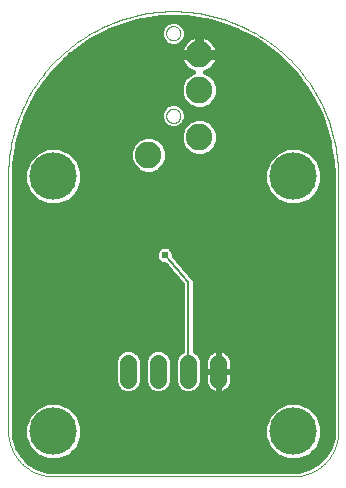
<source format=gbl>
G75*
%MOIN*%
%OFA0B0*%
%FSLAX25Y25*%
%IPPOS*%
%LPD*%
%AMOC8*
5,1,8,0,0,1.08239X$1,22.5*
%
%ADD10C,0.08858*%
%ADD11C,0.00000*%
%ADD12C,0.05543*%
%ADD13C,0.15811*%
%ADD14C,0.01600*%
%ADD15C,0.02400*%
%ADD16C,0.00600*%
D10*
X0053532Y0126171D03*
X0070461Y0132077D03*
X0070461Y0147825D03*
X0070461Y0159636D03*
D11*
X0059438Y0166722D02*
X0059440Y0166819D01*
X0059446Y0166916D01*
X0059456Y0167012D01*
X0059470Y0167108D01*
X0059488Y0167204D01*
X0059509Y0167298D01*
X0059535Y0167392D01*
X0059564Y0167484D01*
X0059598Y0167575D01*
X0059634Y0167665D01*
X0059675Y0167753D01*
X0059719Y0167839D01*
X0059767Y0167924D01*
X0059818Y0168006D01*
X0059872Y0168087D01*
X0059930Y0168165D01*
X0059991Y0168240D01*
X0060054Y0168313D01*
X0060121Y0168384D01*
X0060191Y0168451D01*
X0060263Y0168516D01*
X0060338Y0168577D01*
X0060416Y0168636D01*
X0060495Y0168691D01*
X0060577Y0168743D01*
X0060661Y0168791D01*
X0060747Y0168836D01*
X0060835Y0168878D01*
X0060924Y0168916D01*
X0061015Y0168950D01*
X0061107Y0168980D01*
X0061200Y0169007D01*
X0061295Y0169029D01*
X0061390Y0169048D01*
X0061486Y0169063D01*
X0061582Y0169074D01*
X0061679Y0169081D01*
X0061776Y0169084D01*
X0061873Y0169083D01*
X0061970Y0169078D01*
X0062066Y0169069D01*
X0062162Y0169056D01*
X0062258Y0169039D01*
X0062353Y0169018D01*
X0062446Y0168994D01*
X0062539Y0168965D01*
X0062631Y0168933D01*
X0062721Y0168897D01*
X0062809Y0168858D01*
X0062896Y0168814D01*
X0062981Y0168768D01*
X0063064Y0168717D01*
X0063145Y0168664D01*
X0063223Y0168607D01*
X0063300Y0168547D01*
X0063373Y0168484D01*
X0063444Y0168418D01*
X0063512Y0168349D01*
X0063578Y0168277D01*
X0063640Y0168203D01*
X0063699Y0168126D01*
X0063755Y0168047D01*
X0063808Y0167965D01*
X0063858Y0167882D01*
X0063903Y0167796D01*
X0063946Y0167709D01*
X0063985Y0167620D01*
X0064020Y0167530D01*
X0064051Y0167438D01*
X0064078Y0167345D01*
X0064102Y0167251D01*
X0064122Y0167156D01*
X0064138Y0167060D01*
X0064150Y0166964D01*
X0064158Y0166867D01*
X0064162Y0166770D01*
X0064162Y0166674D01*
X0064158Y0166577D01*
X0064150Y0166480D01*
X0064138Y0166384D01*
X0064122Y0166288D01*
X0064102Y0166193D01*
X0064078Y0166099D01*
X0064051Y0166006D01*
X0064020Y0165914D01*
X0063985Y0165824D01*
X0063946Y0165735D01*
X0063903Y0165648D01*
X0063858Y0165562D01*
X0063808Y0165479D01*
X0063755Y0165397D01*
X0063699Y0165318D01*
X0063640Y0165241D01*
X0063578Y0165167D01*
X0063512Y0165095D01*
X0063444Y0165026D01*
X0063373Y0164960D01*
X0063300Y0164897D01*
X0063223Y0164837D01*
X0063145Y0164780D01*
X0063064Y0164727D01*
X0062981Y0164676D01*
X0062896Y0164630D01*
X0062809Y0164586D01*
X0062721Y0164547D01*
X0062631Y0164511D01*
X0062539Y0164479D01*
X0062446Y0164450D01*
X0062353Y0164426D01*
X0062258Y0164405D01*
X0062162Y0164388D01*
X0062066Y0164375D01*
X0061970Y0164366D01*
X0061873Y0164361D01*
X0061776Y0164360D01*
X0061679Y0164363D01*
X0061582Y0164370D01*
X0061486Y0164381D01*
X0061390Y0164396D01*
X0061295Y0164415D01*
X0061200Y0164437D01*
X0061107Y0164464D01*
X0061015Y0164494D01*
X0060924Y0164528D01*
X0060835Y0164566D01*
X0060747Y0164608D01*
X0060661Y0164653D01*
X0060577Y0164701D01*
X0060495Y0164753D01*
X0060416Y0164808D01*
X0060338Y0164867D01*
X0060263Y0164928D01*
X0060191Y0164993D01*
X0060121Y0165060D01*
X0060054Y0165131D01*
X0059991Y0165204D01*
X0059930Y0165279D01*
X0059872Y0165357D01*
X0059818Y0165438D01*
X0059767Y0165520D01*
X0059719Y0165605D01*
X0059675Y0165691D01*
X0059634Y0165779D01*
X0059598Y0165869D01*
X0059564Y0165960D01*
X0059535Y0166052D01*
X0059509Y0166146D01*
X0059488Y0166240D01*
X0059470Y0166336D01*
X0059456Y0166432D01*
X0059446Y0166528D01*
X0059440Y0166625D01*
X0059438Y0166722D01*
X0059438Y0139163D02*
X0059440Y0139260D01*
X0059446Y0139357D01*
X0059456Y0139453D01*
X0059470Y0139549D01*
X0059488Y0139645D01*
X0059509Y0139739D01*
X0059535Y0139833D01*
X0059564Y0139925D01*
X0059598Y0140016D01*
X0059634Y0140106D01*
X0059675Y0140194D01*
X0059719Y0140280D01*
X0059767Y0140365D01*
X0059818Y0140447D01*
X0059872Y0140528D01*
X0059930Y0140606D01*
X0059991Y0140681D01*
X0060054Y0140754D01*
X0060121Y0140825D01*
X0060191Y0140892D01*
X0060263Y0140957D01*
X0060338Y0141018D01*
X0060416Y0141077D01*
X0060495Y0141132D01*
X0060577Y0141184D01*
X0060661Y0141232D01*
X0060747Y0141277D01*
X0060835Y0141319D01*
X0060924Y0141357D01*
X0061015Y0141391D01*
X0061107Y0141421D01*
X0061200Y0141448D01*
X0061295Y0141470D01*
X0061390Y0141489D01*
X0061486Y0141504D01*
X0061582Y0141515D01*
X0061679Y0141522D01*
X0061776Y0141525D01*
X0061873Y0141524D01*
X0061970Y0141519D01*
X0062066Y0141510D01*
X0062162Y0141497D01*
X0062258Y0141480D01*
X0062353Y0141459D01*
X0062446Y0141435D01*
X0062539Y0141406D01*
X0062631Y0141374D01*
X0062721Y0141338D01*
X0062809Y0141299D01*
X0062896Y0141255D01*
X0062981Y0141209D01*
X0063064Y0141158D01*
X0063145Y0141105D01*
X0063223Y0141048D01*
X0063300Y0140988D01*
X0063373Y0140925D01*
X0063444Y0140859D01*
X0063512Y0140790D01*
X0063578Y0140718D01*
X0063640Y0140644D01*
X0063699Y0140567D01*
X0063755Y0140488D01*
X0063808Y0140406D01*
X0063858Y0140323D01*
X0063903Y0140237D01*
X0063946Y0140150D01*
X0063985Y0140061D01*
X0064020Y0139971D01*
X0064051Y0139879D01*
X0064078Y0139786D01*
X0064102Y0139692D01*
X0064122Y0139597D01*
X0064138Y0139501D01*
X0064150Y0139405D01*
X0064158Y0139308D01*
X0064162Y0139211D01*
X0064162Y0139115D01*
X0064158Y0139018D01*
X0064150Y0138921D01*
X0064138Y0138825D01*
X0064122Y0138729D01*
X0064102Y0138634D01*
X0064078Y0138540D01*
X0064051Y0138447D01*
X0064020Y0138355D01*
X0063985Y0138265D01*
X0063946Y0138176D01*
X0063903Y0138089D01*
X0063858Y0138003D01*
X0063808Y0137920D01*
X0063755Y0137838D01*
X0063699Y0137759D01*
X0063640Y0137682D01*
X0063578Y0137608D01*
X0063512Y0137536D01*
X0063444Y0137467D01*
X0063373Y0137401D01*
X0063300Y0137338D01*
X0063223Y0137278D01*
X0063145Y0137221D01*
X0063064Y0137168D01*
X0062981Y0137117D01*
X0062896Y0137071D01*
X0062809Y0137027D01*
X0062721Y0136988D01*
X0062631Y0136952D01*
X0062539Y0136920D01*
X0062446Y0136891D01*
X0062353Y0136867D01*
X0062258Y0136846D01*
X0062162Y0136829D01*
X0062066Y0136816D01*
X0061970Y0136807D01*
X0061873Y0136802D01*
X0061776Y0136801D01*
X0061679Y0136804D01*
X0061582Y0136811D01*
X0061486Y0136822D01*
X0061390Y0136837D01*
X0061295Y0136856D01*
X0061200Y0136878D01*
X0061107Y0136905D01*
X0061015Y0136935D01*
X0060924Y0136969D01*
X0060835Y0137007D01*
X0060747Y0137049D01*
X0060661Y0137094D01*
X0060577Y0137142D01*
X0060495Y0137194D01*
X0060416Y0137249D01*
X0060338Y0137308D01*
X0060263Y0137369D01*
X0060191Y0137434D01*
X0060121Y0137501D01*
X0060054Y0137572D01*
X0059991Y0137645D01*
X0059930Y0137720D01*
X0059872Y0137798D01*
X0059818Y0137879D01*
X0059767Y0137961D01*
X0059719Y0138046D01*
X0059675Y0138132D01*
X0059634Y0138220D01*
X0059598Y0138310D01*
X0059564Y0138401D01*
X0059535Y0138493D01*
X0059509Y0138587D01*
X0059488Y0138681D01*
X0059470Y0138777D01*
X0059456Y0138873D01*
X0059446Y0138969D01*
X0059440Y0139066D01*
X0059438Y0139163D01*
X0006800Y0119006D02*
X0006816Y0120345D01*
X0006865Y0121684D01*
X0006947Y0123021D01*
X0007061Y0124355D01*
X0007207Y0125687D01*
X0007386Y0127014D01*
X0007597Y0128337D01*
X0007841Y0129654D01*
X0008116Y0130965D01*
X0008423Y0132268D01*
X0008762Y0133564D01*
X0009132Y0134851D01*
X0009533Y0136129D01*
X0009966Y0137397D01*
X0010429Y0138654D01*
X0010923Y0139899D01*
X0011447Y0141132D01*
X0012000Y0142351D01*
X0012584Y0143557D01*
X0013196Y0144748D01*
X0013837Y0145924D01*
X0014507Y0147084D01*
X0015205Y0148227D01*
X0015930Y0149353D01*
X0016683Y0150461D01*
X0017462Y0151551D01*
X0018268Y0152621D01*
X0019099Y0153671D01*
X0019956Y0154700D01*
X0020838Y0155709D01*
X0021743Y0156695D01*
X0022673Y0157659D01*
X0023626Y0158601D01*
X0024601Y0159519D01*
X0025599Y0160412D01*
X0026618Y0161282D01*
X0027658Y0162126D01*
X0028718Y0162944D01*
X0029798Y0163737D01*
X0030896Y0164503D01*
X0032014Y0165242D01*
X0033148Y0165954D01*
X0034300Y0166637D01*
X0035468Y0167293D01*
X0036652Y0167920D01*
X0037850Y0168518D01*
X0039063Y0169086D01*
X0040289Y0169625D01*
X0041528Y0170134D01*
X0042779Y0170612D01*
X0044042Y0171060D01*
X0045314Y0171477D01*
X0046597Y0171863D01*
X0047889Y0172218D01*
X0049189Y0172541D01*
X0050496Y0172832D01*
X0051810Y0173091D01*
X0053130Y0173318D01*
X0054455Y0173513D01*
X0055785Y0173676D01*
X0057118Y0173806D01*
X0058453Y0173904D01*
X0059791Y0173969D01*
X0061130Y0174002D01*
X0062470Y0174002D01*
X0063809Y0173969D01*
X0065147Y0173904D01*
X0066482Y0173806D01*
X0067815Y0173676D01*
X0069145Y0173513D01*
X0070470Y0173318D01*
X0071790Y0173091D01*
X0073104Y0172832D01*
X0074411Y0172541D01*
X0075711Y0172218D01*
X0077003Y0171863D01*
X0078286Y0171477D01*
X0079558Y0171060D01*
X0080821Y0170612D01*
X0082072Y0170134D01*
X0083311Y0169625D01*
X0084537Y0169086D01*
X0085750Y0168518D01*
X0086948Y0167920D01*
X0088132Y0167293D01*
X0089300Y0166637D01*
X0090452Y0165954D01*
X0091586Y0165242D01*
X0092704Y0164503D01*
X0093802Y0163737D01*
X0094882Y0162944D01*
X0095942Y0162126D01*
X0096982Y0161282D01*
X0098001Y0160412D01*
X0098999Y0159519D01*
X0099974Y0158601D01*
X0100927Y0157659D01*
X0101857Y0156695D01*
X0102762Y0155709D01*
X0103644Y0154700D01*
X0104501Y0153671D01*
X0105332Y0152621D01*
X0106138Y0151551D01*
X0106917Y0150461D01*
X0107670Y0149353D01*
X0108395Y0148227D01*
X0109093Y0147084D01*
X0109763Y0145924D01*
X0110404Y0144748D01*
X0111016Y0143557D01*
X0111600Y0142351D01*
X0112153Y0141132D01*
X0112677Y0139899D01*
X0113171Y0138654D01*
X0113634Y0137397D01*
X0114067Y0136129D01*
X0114468Y0134851D01*
X0114838Y0133564D01*
X0115177Y0132268D01*
X0115484Y0130965D01*
X0115759Y0129654D01*
X0116003Y0128337D01*
X0116214Y0127014D01*
X0116393Y0125687D01*
X0116539Y0124355D01*
X0116653Y0123021D01*
X0116735Y0121684D01*
X0116784Y0120345D01*
X0116800Y0119006D01*
X0116800Y0034006D01*
X0116796Y0033644D01*
X0116782Y0033281D01*
X0116761Y0032919D01*
X0116730Y0032558D01*
X0116691Y0032198D01*
X0116643Y0031839D01*
X0116586Y0031481D01*
X0116521Y0031124D01*
X0116447Y0030769D01*
X0116364Y0030416D01*
X0116273Y0030065D01*
X0116174Y0029717D01*
X0116066Y0029371D01*
X0115950Y0029027D01*
X0115825Y0028687D01*
X0115693Y0028350D01*
X0115552Y0028016D01*
X0115403Y0027685D01*
X0115246Y0027358D01*
X0115082Y0027035D01*
X0114910Y0026716D01*
X0114730Y0026402D01*
X0114542Y0026091D01*
X0114347Y0025786D01*
X0114145Y0025485D01*
X0113935Y0025189D01*
X0113719Y0024899D01*
X0113495Y0024613D01*
X0113265Y0024333D01*
X0113028Y0024059D01*
X0112784Y0023791D01*
X0112534Y0023528D01*
X0112278Y0023272D01*
X0112015Y0023022D01*
X0111747Y0022778D01*
X0111473Y0022541D01*
X0111193Y0022311D01*
X0110907Y0022087D01*
X0110617Y0021871D01*
X0110321Y0021661D01*
X0110020Y0021459D01*
X0109715Y0021264D01*
X0109404Y0021076D01*
X0109090Y0020896D01*
X0108771Y0020724D01*
X0108448Y0020560D01*
X0108121Y0020403D01*
X0107790Y0020254D01*
X0107456Y0020113D01*
X0107119Y0019981D01*
X0106779Y0019856D01*
X0106435Y0019740D01*
X0106089Y0019632D01*
X0105741Y0019533D01*
X0105390Y0019442D01*
X0105037Y0019359D01*
X0104682Y0019285D01*
X0104325Y0019220D01*
X0103967Y0019163D01*
X0103608Y0019115D01*
X0103248Y0019076D01*
X0102887Y0019045D01*
X0102525Y0019024D01*
X0102162Y0019010D01*
X0101800Y0019006D01*
X0021800Y0019006D01*
X0021438Y0019010D01*
X0021075Y0019024D01*
X0020713Y0019045D01*
X0020352Y0019076D01*
X0019992Y0019115D01*
X0019633Y0019163D01*
X0019275Y0019220D01*
X0018918Y0019285D01*
X0018563Y0019359D01*
X0018210Y0019442D01*
X0017859Y0019533D01*
X0017511Y0019632D01*
X0017165Y0019740D01*
X0016821Y0019856D01*
X0016481Y0019981D01*
X0016144Y0020113D01*
X0015810Y0020254D01*
X0015479Y0020403D01*
X0015152Y0020560D01*
X0014829Y0020724D01*
X0014510Y0020896D01*
X0014196Y0021076D01*
X0013885Y0021264D01*
X0013580Y0021459D01*
X0013279Y0021661D01*
X0012983Y0021871D01*
X0012693Y0022087D01*
X0012407Y0022311D01*
X0012127Y0022541D01*
X0011853Y0022778D01*
X0011585Y0023022D01*
X0011322Y0023272D01*
X0011066Y0023528D01*
X0010816Y0023791D01*
X0010572Y0024059D01*
X0010335Y0024333D01*
X0010105Y0024613D01*
X0009881Y0024899D01*
X0009665Y0025189D01*
X0009455Y0025485D01*
X0009253Y0025786D01*
X0009058Y0026091D01*
X0008870Y0026402D01*
X0008690Y0026716D01*
X0008518Y0027035D01*
X0008354Y0027358D01*
X0008197Y0027685D01*
X0008048Y0028016D01*
X0007907Y0028350D01*
X0007775Y0028687D01*
X0007650Y0029027D01*
X0007534Y0029371D01*
X0007426Y0029717D01*
X0007327Y0030065D01*
X0007236Y0030416D01*
X0007153Y0030769D01*
X0007079Y0031124D01*
X0007014Y0031481D01*
X0006957Y0031839D01*
X0006909Y0032198D01*
X0006870Y0032558D01*
X0006839Y0032919D01*
X0006818Y0033281D01*
X0006804Y0033644D01*
X0006800Y0034006D01*
X0006800Y0119006D01*
D12*
X0046800Y0056778D02*
X0046800Y0051234D01*
X0056800Y0051234D02*
X0056800Y0056778D01*
X0066800Y0056778D02*
X0066800Y0051234D01*
X0076800Y0051234D02*
X0076800Y0056778D01*
D13*
X0101800Y0034006D03*
X0101800Y0119006D03*
X0021800Y0119006D03*
X0021800Y0034006D03*
D14*
X0013764Y0023534D02*
X0011328Y0025970D01*
X0009605Y0028954D01*
X0008713Y0032283D01*
X0008600Y0034006D01*
X0008600Y0119006D01*
X0008764Y0123180D01*
X0010070Y0131425D01*
X0012650Y0139365D01*
X0016440Y0146803D01*
X0021346Y0153557D01*
X0027249Y0159459D01*
X0034003Y0164366D01*
X0041441Y0168156D01*
X0049381Y0170736D01*
X0057626Y0172042D01*
X0065974Y0172042D01*
X0074219Y0170736D01*
X0082159Y0168156D01*
X0089597Y0164366D01*
X0096351Y0159459D01*
X0102254Y0153557D01*
X0107160Y0146803D01*
X0110950Y0139365D01*
X0113530Y0131425D01*
X0114836Y0123180D01*
X0115000Y0119006D01*
X0115000Y0034006D01*
X0114887Y0032283D01*
X0113995Y0028954D01*
X0112272Y0025970D01*
X0109836Y0023534D01*
X0106851Y0021811D01*
X0103523Y0020919D01*
X0101800Y0020806D01*
X0021800Y0020806D01*
X0020077Y0020919D01*
X0016749Y0021811D01*
X0013764Y0023534D01*
X0013497Y0023801D02*
X0110103Y0023801D01*
X0111702Y0025400D02*
X0106385Y0025400D01*
X0107298Y0025778D02*
X0110028Y0028508D01*
X0111505Y0032075D01*
X0111505Y0035936D01*
X0110028Y0039504D01*
X0107298Y0042234D01*
X0103731Y0043711D01*
X0099869Y0043711D01*
X0096302Y0042234D01*
X0093572Y0039504D01*
X0092094Y0035936D01*
X0092094Y0032075D01*
X0093572Y0028508D01*
X0096302Y0025778D01*
X0099869Y0024300D01*
X0103731Y0024300D01*
X0107298Y0025778D01*
X0108518Y0026998D02*
X0112866Y0026998D01*
X0113789Y0028597D02*
X0110065Y0028597D01*
X0110727Y0030195D02*
X0114328Y0030195D01*
X0114756Y0031794D02*
X0111389Y0031794D01*
X0111505Y0033393D02*
X0114960Y0033393D01*
X0115000Y0034991D02*
X0111505Y0034991D01*
X0111235Y0036590D02*
X0115000Y0036590D01*
X0115000Y0038188D02*
X0110573Y0038188D01*
X0109745Y0039787D02*
X0115000Y0039787D01*
X0115000Y0041385D02*
X0108146Y0041385D01*
X0105488Y0042984D02*
X0115000Y0042984D01*
X0115000Y0044582D02*
X0008600Y0044582D01*
X0008600Y0042984D02*
X0018112Y0042984D01*
X0019869Y0043711D02*
X0016302Y0042234D01*
X0013572Y0039504D01*
X0012094Y0035936D01*
X0012094Y0032075D01*
X0013572Y0028508D01*
X0016302Y0025778D01*
X0019869Y0024300D01*
X0023731Y0024300D01*
X0027298Y0025778D01*
X0030028Y0028508D01*
X0031505Y0032075D01*
X0031505Y0035936D01*
X0030028Y0039504D01*
X0027298Y0042234D01*
X0023731Y0043711D01*
X0019869Y0043711D01*
X0015453Y0041385D02*
X0008600Y0041385D01*
X0008600Y0039787D02*
X0013855Y0039787D01*
X0013027Y0038188D02*
X0008600Y0038188D01*
X0008600Y0036590D02*
X0012365Y0036590D01*
X0012094Y0034991D02*
X0008600Y0034991D01*
X0008640Y0033393D02*
X0012094Y0033393D01*
X0012211Y0031794D02*
X0008844Y0031794D01*
X0009272Y0030195D02*
X0012873Y0030195D01*
X0013535Y0028597D02*
X0009811Y0028597D01*
X0010734Y0026998D02*
X0015082Y0026998D01*
X0017215Y0025400D02*
X0011898Y0025400D01*
X0016069Y0022203D02*
X0107531Y0022203D01*
X0097215Y0025400D02*
X0026385Y0025400D01*
X0028518Y0026998D02*
X0095082Y0026998D01*
X0093535Y0028597D02*
X0030065Y0028597D01*
X0030727Y0030195D02*
X0092873Y0030195D01*
X0092211Y0031794D02*
X0031389Y0031794D01*
X0031505Y0033393D02*
X0092094Y0033393D01*
X0092094Y0034991D02*
X0031505Y0034991D01*
X0031235Y0036590D02*
X0092365Y0036590D01*
X0093027Y0038188D02*
X0030573Y0038188D01*
X0029745Y0039787D02*
X0093855Y0039787D01*
X0095453Y0041385D02*
X0028146Y0041385D01*
X0025488Y0042984D02*
X0098112Y0042984D01*
X0115000Y0046181D02*
X0008600Y0046181D01*
X0008600Y0047779D02*
X0043790Y0047779D01*
X0044210Y0047359D02*
X0045891Y0046663D01*
X0047709Y0046663D01*
X0049390Y0047359D01*
X0050676Y0048645D01*
X0051372Y0050325D01*
X0051372Y0057687D01*
X0050676Y0059367D01*
X0049390Y0060653D01*
X0047709Y0061349D01*
X0045891Y0061349D01*
X0044210Y0060653D01*
X0042924Y0059367D01*
X0042228Y0057687D01*
X0042228Y0050325D01*
X0042924Y0048645D01*
X0044210Y0047359D01*
X0042621Y0049378D02*
X0008600Y0049378D01*
X0008600Y0050976D02*
X0042228Y0050976D01*
X0042228Y0052575D02*
X0008600Y0052575D01*
X0008600Y0054173D02*
X0042228Y0054173D01*
X0042228Y0055772D02*
X0008600Y0055772D01*
X0008600Y0057370D02*
X0042228Y0057370D01*
X0042759Y0058969D02*
X0008600Y0058969D01*
X0008600Y0060567D02*
X0044124Y0060567D01*
X0049476Y0060567D02*
X0054124Y0060567D01*
X0054210Y0060653D02*
X0052924Y0059367D01*
X0052228Y0057687D01*
X0052228Y0050325D01*
X0052924Y0048645D01*
X0054210Y0047359D01*
X0055891Y0046663D01*
X0057709Y0046663D01*
X0059390Y0047359D01*
X0060676Y0048645D01*
X0061372Y0050325D01*
X0061372Y0057687D01*
X0060676Y0059367D01*
X0059390Y0060653D01*
X0057709Y0061349D01*
X0055891Y0061349D01*
X0054210Y0060653D01*
X0052759Y0058969D02*
X0050841Y0058969D01*
X0051372Y0057370D02*
X0052228Y0057370D01*
X0052228Y0055772D02*
X0051372Y0055772D01*
X0051372Y0054173D02*
X0052228Y0054173D01*
X0052228Y0052575D02*
X0051372Y0052575D01*
X0051372Y0050976D02*
X0052228Y0050976D01*
X0052621Y0049378D02*
X0050979Y0049378D01*
X0049810Y0047779D02*
X0053790Y0047779D01*
X0059810Y0047779D02*
X0063790Y0047779D01*
X0064210Y0047359D02*
X0065891Y0046663D01*
X0067709Y0046663D01*
X0069390Y0047359D01*
X0070676Y0048645D01*
X0071372Y0050325D01*
X0071372Y0057687D01*
X0070676Y0059367D01*
X0069390Y0060653D01*
X0068900Y0060856D01*
X0068900Y0083731D01*
X0068957Y0084524D01*
X0068900Y0084589D01*
X0068900Y0084676D01*
X0068338Y0085238D01*
X0062000Y0092551D01*
X0062000Y0093403D01*
X0061543Y0094505D01*
X0060699Y0095349D01*
X0059597Y0095806D01*
X0058403Y0095806D01*
X0057301Y0095349D01*
X0056457Y0094505D01*
X0056000Y0093403D01*
X0056000Y0092209D01*
X0056457Y0091107D01*
X0057301Y0090263D01*
X0058403Y0089806D01*
X0058821Y0089806D01*
X0064700Y0083023D01*
X0064700Y0060856D01*
X0064210Y0060653D01*
X0062924Y0059367D01*
X0062228Y0057687D01*
X0062228Y0050325D01*
X0062924Y0048645D01*
X0064210Y0047359D01*
X0062621Y0049378D02*
X0060979Y0049378D01*
X0061372Y0050976D02*
X0062228Y0050976D01*
X0062228Y0052575D02*
X0061372Y0052575D01*
X0061372Y0054173D02*
X0062228Y0054173D01*
X0062228Y0055772D02*
X0061372Y0055772D01*
X0061372Y0057370D02*
X0062228Y0057370D01*
X0062759Y0058969D02*
X0060841Y0058969D01*
X0059476Y0060567D02*
X0064124Y0060567D01*
X0064700Y0062166D02*
X0008600Y0062166D01*
X0008600Y0063764D02*
X0064700Y0063764D01*
X0064700Y0065363D02*
X0008600Y0065363D01*
X0008600Y0066961D02*
X0064700Y0066961D01*
X0064700Y0068560D02*
X0008600Y0068560D01*
X0008600Y0070158D02*
X0064700Y0070158D01*
X0064700Y0071757D02*
X0008600Y0071757D01*
X0008600Y0073355D02*
X0064700Y0073355D01*
X0064700Y0074954D02*
X0008600Y0074954D01*
X0008600Y0076552D02*
X0064700Y0076552D01*
X0064700Y0078151D02*
X0008600Y0078151D01*
X0008600Y0079749D02*
X0064700Y0079749D01*
X0064700Y0081348D02*
X0008600Y0081348D01*
X0008600Y0082946D02*
X0064700Y0082946D01*
X0063381Y0084545D02*
X0008600Y0084545D01*
X0008600Y0086143D02*
X0061995Y0086143D01*
X0060610Y0087742D02*
X0008600Y0087742D01*
X0008600Y0089340D02*
X0059225Y0089340D01*
X0056624Y0090939D02*
X0008600Y0090939D01*
X0008600Y0092537D02*
X0056000Y0092537D01*
X0056304Y0094136D02*
X0008600Y0094136D01*
X0008600Y0095734D02*
X0058231Y0095734D01*
X0059769Y0095734D02*
X0115000Y0095734D01*
X0115000Y0094136D02*
X0061696Y0094136D01*
X0062012Y0092537D02*
X0115000Y0092537D01*
X0115000Y0090939D02*
X0063397Y0090939D01*
X0064782Y0089340D02*
X0115000Y0089340D01*
X0115000Y0087742D02*
X0066168Y0087742D01*
X0067553Y0086143D02*
X0115000Y0086143D01*
X0115000Y0084545D02*
X0068938Y0084545D01*
X0068900Y0082946D02*
X0115000Y0082946D01*
X0115000Y0081348D02*
X0068900Y0081348D01*
X0068900Y0079749D02*
X0115000Y0079749D01*
X0115000Y0078151D02*
X0068900Y0078151D01*
X0068900Y0076552D02*
X0115000Y0076552D01*
X0115000Y0074954D02*
X0068900Y0074954D01*
X0068900Y0073355D02*
X0115000Y0073355D01*
X0115000Y0071757D02*
X0068900Y0071757D01*
X0068900Y0070158D02*
X0115000Y0070158D01*
X0115000Y0068560D02*
X0068900Y0068560D01*
X0068900Y0066961D02*
X0115000Y0066961D01*
X0115000Y0065363D02*
X0068900Y0065363D01*
X0068900Y0063764D02*
X0115000Y0063764D01*
X0115000Y0062166D02*
X0068900Y0062166D01*
X0069476Y0060567D02*
X0074238Y0060567D01*
X0074404Y0060688D02*
X0073822Y0060265D01*
X0073313Y0059756D01*
X0072890Y0059174D01*
X0072563Y0058532D01*
X0072341Y0057848D01*
X0072228Y0057137D01*
X0072228Y0054092D01*
X0076714Y0054092D01*
X0076714Y0061349D01*
X0076440Y0061349D01*
X0075729Y0061237D01*
X0075045Y0061014D01*
X0074404Y0060688D01*
X0076714Y0060567D02*
X0076886Y0060567D01*
X0076886Y0061349D02*
X0076886Y0054092D01*
X0076714Y0054092D01*
X0076714Y0053920D01*
X0072228Y0053920D01*
X0072228Y0050874D01*
X0072341Y0050164D01*
X0072563Y0049479D01*
X0072890Y0048838D01*
X0073313Y0048256D01*
X0073822Y0047747D01*
X0074404Y0047324D01*
X0075045Y0046998D01*
X0075729Y0046775D01*
X0076440Y0046663D01*
X0076714Y0046663D01*
X0076714Y0053920D01*
X0076886Y0053920D01*
X0076886Y0054092D01*
X0081372Y0054092D01*
X0081372Y0057137D01*
X0081259Y0057848D01*
X0081037Y0058532D01*
X0080710Y0059174D01*
X0080287Y0059756D01*
X0079778Y0060265D01*
X0079196Y0060688D01*
X0078555Y0061014D01*
X0077871Y0061237D01*
X0077160Y0061349D01*
X0076886Y0061349D01*
X0076886Y0058969D02*
X0076714Y0058969D01*
X0076714Y0057370D02*
X0076886Y0057370D01*
X0076886Y0055772D02*
X0076714Y0055772D01*
X0076714Y0054173D02*
X0076886Y0054173D01*
X0076886Y0053920D02*
X0081372Y0053920D01*
X0081372Y0050874D01*
X0081259Y0050164D01*
X0081037Y0049479D01*
X0080710Y0048838D01*
X0080287Y0048256D01*
X0079778Y0047747D01*
X0079196Y0047324D01*
X0078555Y0046998D01*
X0077871Y0046775D01*
X0077160Y0046663D01*
X0076886Y0046663D01*
X0076886Y0053920D01*
X0076886Y0052575D02*
X0076714Y0052575D01*
X0076714Y0050976D02*
X0076886Y0050976D01*
X0076886Y0049378D02*
X0076714Y0049378D01*
X0076714Y0047779D02*
X0076886Y0047779D01*
X0079810Y0047779D02*
X0115000Y0047779D01*
X0115000Y0049378D02*
X0080985Y0049378D01*
X0081372Y0050976D02*
X0115000Y0050976D01*
X0115000Y0052575D02*
X0081372Y0052575D01*
X0081372Y0054173D02*
X0115000Y0054173D01*
X0115000Y0055772D02*
X0081372Y0055772D01*
X0081335Y0057370D02*
X0115000Y0057370D01*
X0115000Y0058969D02*
X0080814Y0058969D01*
X0079362Y0060567D02*
X0115000Y0060567D01*
X0115000Y0097333D02*
X0008600Y0097333D01*
X0008600Y0098931D02*
X0115000Y0098931D01*
X0115000Y0100530D02*
X0008600Y0100530D01*
X0008600Y0102128D02*
X0115000Y0102128D01*
X0115000Y0103727D02*
X0008600Y0103727D01*
X0008600Y0105326D02*
X0115000Y0105326D01*
X0115000Y0106924D02*
X0008600Y0106924D01*
X0008600Y0108523D02*
X0115000Y0108523D01*
X0115000Y0110121D02*
X0105712Y0110121D01*
X0107298Y0110778D02*
X0110028Y0113508D01*
X0111505Y0117075D01*
X0111505Y0120936D01*
X0110028Y0124504D01*
X0107298Y0127234D01*
X0103731Y0128711D01*
X0099869Y0128711D01*
X0096302Y0127234D01*
X0093572Y0124504D01*
X0092094Y0120936D01*
X0092094Y0117075D01*
X0093572Y0113508D01*
X0096302Y0110778D01*
X0099869Y0109300D01*
X0103731Y0109300D01*
X0107298Y0110778D01*
X0108239Y0111720D02*
X0115000Y0111720D01*
X0115000Y0113318D02*
X0109838Y0113318D01*
X0110611Y0114917D02*
X0115000Y0114917D01*
X0115000Y0116515D02*
X0111273Y0116515D01*
X0111505Y0118114D02*
X0115000Y0118114D01*
X0114972Y0119712D02*
X0111505Y0119712D01*
X0111351Y0121311D02*
X0114909Y0121311D01*
X0114847Y0122909D02*
X0110688Y0122909D01*
X0110024Y0124508D02*
X0114626Y0124508D01*
X0114373Y0126106D02*
X0108425Y0126106D01*
X0106161Y0127705D02*
X0114119Y0127705D01*
X0113866Y0129303D02*
X0076055Y0129303D01*
X0075742Y0128548D02*
X0076691Y0130838D01*
X0076691Y0133316D01*
X0075742Y0135605D01*
X0073990Y0137358D01*
X0071700Y0138306D01*
X0069222Y0138306D01*
X0066933Y0137358D01*
X0065181Y0135605D01*
X0064232Y0133316D01*
X0064232Y0130838D01*
X0065181Y0128548D01*
X0066933Y0126796D01*
X0069222Y0125848D01*
X0071700Y0125848D01*
X0073990Y0126796D01*
X0075742Y0128548D01*
X0074899Y0127705D02*
X0097439Y0127705D01*
X0095175Y0126106D02*
X0072325Y0126106D01*
X0068598Y0126106D02*
X0059761Y0126106D01*
X0059761Y0124932D02*
X0058813Y0122643D01*
X0057061Y0120890D01*
X0054771Y0119942D01*
X0052293Y0119942D01*
X0050004Y0120890D01*
X0048251Y0122643D01*
X0047303Y0124932D01*
X0047303Y0127410D01*
X0048251Y0129700D01*
X0050004Y0131452D01*
X0052293Y0132400D01*
X0054771Y0132400D01*
X0057061Y0131452D01*
X0058813Y0129700D01*
X0059761Y0127410D01*
X0059761Y0124932D01*
X0059586Y0124508D02*
X0093576Y0124508D01*
X0092912Y0122909D02*
X0058923Y0122909D01*
X0057481Y0121311D02*
X0092249Y0121311D01*
X0092094Y0119712D02*
X0031505Y0119712D01*
X0031505Y0120936D02*
X0031505Y0117075D01*
X0030028Y0113508D01*
X0027298Y0110778D01*
X0023731Y0109300D01*
X0019869Y0109300D01*
X0016302Y0110778D01*
X0013572Y0113508D01*
X0012094Y0117075D01*
X0012094Y0120936D01*
X0013572Y0124504D01*
X0016302Y0127234D01*
X0019869Y0128711D01*
X0023731Y0128711D01*
X0027298Y0127234D01*
X0030028Y0124504D01*
X0031505Y0120936D01*
X0031351Y0121311D02*
X0049584Y0121311D01*
X0048141Y0122909D02*
X0030688Y0122909D01*
X0030024Y0124508D02*
X0047479Y0124508D01*
X0047303Y0126106D02*
X0028425Y0126106D01*
X0026161Y0127705D02*
X0047425Y0127705D01*
X0048087Y0129303D02*
X0009734Y0129303D01*
X0009481Y0127705D02*
X0017439Y0127705D01*
X0015175Y0126106D02*
X0009227Y0126106D01*
X0008974Y0124508D02*
X0013576Y0124508D01*
X0012912Y0122909D02*
X0008753Y0122909D01*
X0008691Y0121311D02*
X0012249Y0121311D01*
X0012094Y0119712D02*
X0008628Y0119712D01*
X0008600Y0118114D02*
X0012094Y0118114D01*
X0012327Y0116515D02*
X0008600Y0116515D01*
X0008600Y0114917D02*
X0012989Y0114917D01*
X0013762Y0113318D02*
X0008600Y0113318D01*
X0008600Y0111720D02*
X0015361Y0111720D01*
X0017888Y0110121D02*
X0008600Y0110121D01*
X0009987Y0130902D02*
X0049453Y0130902D01*
X0057611Y0130902D02*
X0064232Y0130902D01*
X0064232Y0132500D02*
X0010419Y0132500D01*
X0010939Y0134099D02*
X0064557Y0134099D01*
X0064158Y0135635D02*
X0065329Y0136806D01*
X0065962Y0138335D01*
X0065962Y0139991D01*
X0065329Y0141521D01*
X0064158Y0142692D01*
X0062628Y0143326D01*
X0060972Y0143326D01*
X0059442Y0142692D01*
X0058271Y0141521D01*
X0057638Y0139991D01*
X0057638Y0138335D01*
X0058271Y0136806D01*
X0059442Y0135635D01*
X0060972Y0135001D01*
X0062628Y0135001D01*
X0064158Y0135635D01*
X0064220Y0135697D02*
X0065273Y0135697D01*
X0065532Y0137296D02*
X0066871Y0137296D01*
X0065962Y0138894D02*
X0111103Y0138894D01*
X0111623Y0137296D02*
X0074052Y0137296D01*
X0075650Y0135697D02*
X0112142Y0135697D01*
X0112661Y0134099D02*
X0076366Y0134099D01*
X0076691Y0132500D02*
X0113181Y0132500D01*
X0113613Y0130902D02*
X0076691Y0130902D01*
X0071700Y0141596D02*
X0073990Y0142544D01*
X0075742Y0144296D01*
X0076691Y0146586D01*
X0076691Y0149064D01*
X0075742Y0151353D01*
X0073990Y0153106D01*
X0072465Y0153737D01*
X0072853Y0153863D01*
X0073726Y0154308D01*
X0074519Y0154885D01*
X0075213Y0155578D01*
X0075789Y0156371D01*
X0076234Y0157245D01*
X0076537Y0158177D01*
X0076661Y0158959D01*
X0071138Y0158959D01*
X0071138Y0160312D01*
X0076661Y0160312D01*
X0076537Y0161094D01*
X0076234Y0162027D01*
X0075789Y0162901D01*
X0075213Y0163694D01*
X0074519Y0164387D01*
X0073726Y0164963D01*
X0072853Y0165409D01*
X0071920Y0165712D01*
X0071138Y0165835D01*
X0071138Y0160312D01*
X0069785Y0160312D01*
X0069785Y0158959D01*
X0064262Y0158959D01*
X0064386Y0158177D01*
X0064689Y0157245D01*
X0065134Y0156371D01*
X0065710Y0155578D01*
X0066403Y0154885D01*
X0067197Y0154308D01*
X0068070Y0153863D01*
X0068458Y0153737D01*
X0066933Y0153106D01*
X0065181Y0151353D01*
X0064232Y0149064D01*
X0064232Y0146586D01*
X0065181Y0144296D01*
X0066933Y0142544D01*
X0069222Y0141596D01*
X0071700Y0141596D01*
X0072897Y0142091D02*
X0109561Y0142091D01*
X0110376Y0140493D02*
X0065754Y0140493D01*
X0064758Y0142091D02*
X0068026Y0142091D01*
X0065787Y0143690D02*
X0014853Y0143690D01*
X0015668Y0145288D02*
X0064770Y0145288D01*
X0064232Y0146887D02*
X0016501Y0146887D01*
X0017662Y0148485D02*
X0064232Y0148485D01*
X0064655Y0150084D02*
X0018823Y0150084D01*
X0019985Y0151682D02*
X0065510Y0151682D01*
X0067356Y0153281D02*
X0021146Y0153281D01*
X0022669Y0154879D02*
X0066410Y0154879D01*
X0065079Y0156478D02*
X0024268Y0156478D01*
X0025866Y0158076D02*
X0064418Y0158076D01*
X0064262Y0160312D02*
X0069785Y0160312D01*
X0069785Y0165835D01*
X0069003Y0165712D01*
X0068070Y0165409D01*
X0067197Y0164963D01*
X0066403Y0164387D01*
X0065710Y0163694D01*
X0065134Y0162901D01*
X0064689Y0162027D01*
X0064386Y0161094D01*
X0064262Y0160312D01*
X0064444Y0161273D02*
X0029746Y0161273D01*
X0031946Y0162872D02*
X0060220Y0162872D01*
X0060972Y0162560D02*
X0059442Y0163194D01*
X0058271Y0164365D01*
X0057638Y0165895D01*
X0057638Y0167550D01*
X0058271Y0169080D01*
X0059442Y0170251D01*
X0060972Y0170885D01*
X0062628Y0170885D01*
X0064158Y0170251D01*
X0065329Y0169080D01*
X0065962Y0167550D01*
X0065962Y0165895D01*
X0065329Y0164365D01*
X0064158Y0163194D01*
X0062628Y0162560D01*
X0060972Y0162560D01*
X0063380Y0162872D02*
X0065119Y0162872D01*
X0065372Y0164470D02*
X0066518Y0164470D01*
X0065962Y0166069D02*
X0086255Y0166069D01*
X0083118Y0167667D02*
X0065914Y0167667D01*
X0065143Y0169266D02*
X0078744Y0169266D01*
X0074405Y0164470D02*
X0089393Y0164470D01*
X0091654Y0162872D02*
X0075804Y0162872D01*
X0076479Y0161273D02*
X0093854Y0161273D01*
X0096054Y0159675D02*
X0071138Y0159675D01*
X0069785Y0159675D02*
X0027546Y0159675D01*
X0034207Y0164470D02*
X0058228Y0164470D01*
X0057638Y0166069D02*
X0037345Y0166069D01*
X0040482Y0167667D02*
X0057686Y0167667D01*
X0058457Y0169266D02*
X0044856Y0169266D01*
X0050192Y0170864D02*
X0060923Y0170864D01*
X0062677Y0170864D02*
X0073408Y0170864D01*
X0071138Y0164470D02*
X0069785Y0164470D01*
X0069785Y0162872D02*
X0071138Y0162872D01*
X0071138Y0161273D02*
X0069785Y0161273D01*
X0074512Y0154879D02*
X0100931Y0154879D01*
X0102454Y0153281D02*
X0073567Y0153281D01*
X0075413Y0151682D02*
X0103615Y0151682D01*
X0104777Y0150084D02*
X0076268Y0150084D01*
X0076691Y0148485D02*
X0105938Y0148485D01*
X0107099Y0146887D02*
X0076691Y0146887D01*
X0076153Y0145288D02*
X0107932Y0145288D01*
X0108747Y0143690D02*
X0075136Y0143690D01*
X0075843Y0156478D02*
X0099332Y0156478D01*
X0097734Y0158076D02*
X0076504Y0158076D01*
X0059380Y0135697D02*
X0011458Y0135697D01*
X0011977Y0137296D02*
X0058068Y0137296D01*
X0057638Y0138894D02*
X0012497Y0138894D01*
X0013224Y0140493D02*
X0057846Y0140493D01*
X0058842Y0142091D02*
X0014039Y0142091D01*
X0031505Y0118114D02*
X0092094Y0118114D01*
X0092327Y0116515D02*
X0031273Y0116515D01*
X0030611Y0114917D02*
X0092989Y0114917D01*
X0093762Y0113318D02*
X0029838Y0113318D01*
X0028239Y0111720D02*
X0095361Y0111720D01*
X0097888Y0110121D02*
X0025712Y0110121D01*
X0058977Y0129303D02*
X0064868Y0129303D01*
X0066024Y0127705D02*
X0059639Y0127705D01*
X0070841Y0058969D02*
X0072786Y0058969D01*
X0072265Y0057370D02*
X0071372Y0057370D01*
X0071372Y0055772D02*
X0072228Y0055772D01*
X0072228Y0054173D02*
X0071372Y0054173D01*
X0071372Y0052575D02*
X0072228Y0052575D01*
X0072228Y0050976D02*
X0071372Y0050976D01*
X0070979Y0049378D02*
X0072615Y0049378D01*
X0073790Y0047779D02*
X0069810Y0047779D01*
D15*
X0059000Y0092806D03*
D16*
X0066800Y0083806D01*
X0066800Y0054006D01*
M02*

</source>
